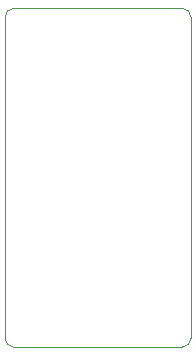
<source format=gbr>
G04 #@! TF.GenerationSoftware,KiCad,Pcbnew,(5.1.5)-3*
G04 #@! TF.CreationDate,2022-01-21T17:51:05-06:00*
G04 #@! TF.ProjectId,test_stand_smd,74657374-5f73-4746-916e-645f736d642e,rev?*
G04 #@! TF.SameCoordinates,Original*
G04 #@! TF.FileFunction,Profile,NP*
%FSLAX46Y46*%
G04 Gerber Fmt 4.6, Leading zero omitted, Abs format (unit mm)*
G04 Created by KiCad (PCBNEW (5.1.5)-3) date 2022-01-21 17:51:05*
%MOMM*%
%LPD*%
G04 APERTURE LIST*
%ADD10C,0.050000*%
G04 APERTURE END LIST*
D10*
X150368000Y-76454000D02*
X136144000Y-76454000D01*
X151130000Y-104394000D02*
X151130000Y-77216000D01*
X136144001Y-105156422D02*
X150368000Y-105156422D01*
X135382000Y-77216000D02*
X135382000Y-104368601D01*
X150368000Y-76454000D02*
G75*
G02X151130000Y-77216000I0J-762000D01*
G01*
X151130000Y-104394000D02*
G75*
G02X150368000Y-105156000I-762000J0D01*
G01*
X136144001Y-105156422D02*
G75*
G02X135382001Y-104368601I-1J762422D01*
G01*
X135382000Y-77216000D02*
G75*
G02X136144000Y-76454000I762000J0D01*
G01*
M02*

</source>
